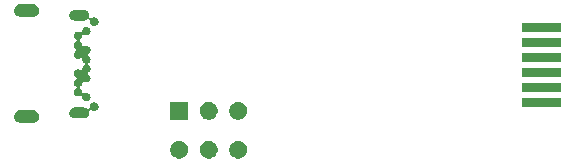
<source format=gbr>
G04 #@! TF.GenerationSoftware,KiCad,Pcbnew,(5.1.6)-1*
G04 #@! TF.CreationDate,2020-07-22T20:18:03-04:00*
G04 #@! TF.ProjectId,eflashy32,65666c61-7368-4793-9332-2e6b69636164,rev?*
G04 #@! TF.SameCoordinates,Original*
G04 #@! TF.FileFunction,Soldermask,Bot*
G04 #@! TF.FilePolarity,Negative*
%FSLAX46Y46*%
G04 Gerber Fmt 4.6, Leading zero omitted, Abs format (unit mm)*
G04 Created by KiCad (PCBNEW (5.1.6)-1) date 2020-07-22 20:18:03*
%MOMM*%
%LPD*%
G01*
G04 APERTURE LIST*
%ADD10C,0.100000*%
G04 APERTURE END LIST*
D10*
G36*
X126867000Y-38851000D02*
G01*
X126867000Y-38089000D01*
X123575000Y-38089000D01*
X123575000Y-38851000D01*
X126867000Y-38851000D01*
G37*
G36*
X126867000Y-36311000D02*
G01*
X126867000Y-35549000D01*
X123575000Y-35549000D01*
X123575000Y-36311000D01*
X126867000Y-36311000D01*
G37*
G36*
X126867000Y-37581000D02*
G01*
X126867000Y-36819000D01*
X123575000Y-36819000D01*
X123575000Y-37581000D01*
X126867000Y-37581000D01*
G37*
G36*
X126867000Y-40121000D02*
G01*
X126867000Y-39359000D01*
X123575000Y-39359000D01*
X123575000Y-40121000D01*
X126867000Y-40121000D01*
G37*
G36*
X126867000Y-42661000D02*
G01*
X126867000Y-41899000D01*
X123575000Y-41899000D01*
X123575000Y-42661000D01*
X126867000Y-42661000D01*
G37*
G36*
X126862000Y-41391000D02*
G01*
X126872000Y-40629000D01*
X123570000Y-40629000D01*
X123565000Y-41391000D01*
X126862000Y-41391000D01*
G37*
G36*
X99773999Y-45558052D02*
G01*
X99910639Y-45614650D01*
X100033605Y-45696813D01*
X100138187Y-45801395D01*
X100220350Y-45924361D01*
X100276948Y-46061001D01*
X100305800Y-46206051D01*
X100305800Y-46353949D01*
X100276948Y-46498999D01*
X100220350Y-46635639D01*
X100138187Y-46758605D01*
X100033605Y-46863187D01*
X99910639Y-46945350D01*
X99773999Y-47001948D01*
X99628949Y-47030800D01*
X99481051Y-47030800D01*
X99336001Y-47001948D01*
X99199361Y-46945350D01*
X99076395Y-46863187D01*
X98971813Y-46758605D01*
X98889650Y-46635639D01*
X98833052Y-46498999D01*
X98804200Y-46353949D01*
X98804200Y-46206051D01*
X98833052Y-46061001D01*
X98889650Y-45924361D01*
X98971813Y-45801395D01*
X99076395Y-45696813D01*
X99199361Y-45614650D01*
X99336001Y-45558052D01*
X99481051Y-45529200D01*
X99628949Y-45529200D01*
X99773999Y-45558052D01*
G37*
G36*
X94773999Y-45558052D02*
G01*
X94910639Y-45614650D01*
X95033605Y-45696813D01*
X95138187Y-45801395D01*
X95220350Y-45924361D01*
X95276948Y-46061001D01*
X95305800Y-46206051D01*
X95305800Y-46353949D01*
X95276948Y-46498999D01*
X95220350Y-46635639D01*
X95138187Y-46758605D01*
X95033605Y-46863187D01*
X94910639Y-46945350D01*
X94773999Y-47001948D01*
X94628949Y-47030800D01*
X94481051Y-47030800D01*
X94336001Y-47001948D01*
X94199361Y-46945350D01*
X94076395Y-46863187D01*
X93971813Y-46758605D01*
X93889650Y-46635639D01*
X93833052Y-46498999D01*
X93804200Y-46353949D01*
X93804200Y-46206051D01*
X93833052Y-46061001D01*
X93889650Y-45924361D01*
X93971813Y-45801395D01*
X94076395Y-45696813D01*
X94199361Y-45614650D01*
X94336001Y-45558052D01*
X94481051Y-45529200D01*
X94628949Y-45529200D01*
X94773999Y-45558052D01*
G37*
G36*
X97273999Y-45558052D02*
G01*
X97410639Y-45614650D01*
X97533605Y-45696813D01*
X97638187Y-45801395D01*
X97720350Y-45924361D01*
X97776948Y-46061001D01*
X97805800Y-46206051D01*
X97805800Y-46353949D01*
X97776948Y-46498999D01*
X97720350Y-46635639D01*
X97638187Y-46758605D01*
X97533605Y-46863187D01*
X97410639Y-46945350D01*
X97273999Y-47001948D01*
X97128949Y-47030800D01*
X96981051Y-47030800D01*
X96836001Y-47001948D01*
X96699361Y-46945350D01*
X96576395Y-46863187D01*
X96471813Y-46758605D01*
X96389650Y-46635639D01*
X96333052Y-46498999D01*
X96304200Y-46353949D01*
X96304200Y-46206051D01*
X96333052Y-46061001D01*
X96389650Y-45924361D01*
X96471813Y-45801395D01*
X96576395Y-45696813D01*
X96699361Y-45614650D01*
X96836001Y-45558052D01*
X96981051Y-45529200D01*
X97128949Y-45529200D01*
X97273999Y-45558052D01*
G37*
G36*
X82262976Y-42927170D02*
G01*
X82366802Y-42958665D01*
X82462489Y-43009811D01*
X82546359Y-43078641D01*
X82615189Y-43162511D01*
X82666335Y-43258198D01*
X82697830Y-43362024D01*
X82708465Y-43470000D01*
X82697830Y-43577976D01*
X82666335Y-43681802D01*
X82615189Y-43777489D01*
X82546359Y-43861359D01*
X82462489Y-43930189D01*
X82366802Y-43981335D01*
X82262976Y-44012830D01*
X82182057Y-44020800D01*
X81127943Y-44020800D01*
X81047024Y-44012830D01*
X80943198Y-43981335D01*
X80847511Y-43930189D01*
X80763641Y-43861359D01*
X80694811Y-43777489D01*
X80643665Y-43681802D01*
X80612170Y-43577976D01*
X80601535Y-43470000D01*
X80612170Y-43362024D01*
X80643665Y-43258198D01*
X80694811Y-43162511D01*
X80763641Y-43078641D01*
X80847511Y-43009811D01*
X80943198Y-42958665D01*
X81047024Y-42927170D01*
X81127943Y-42919200D01*
X82182057Y-42919200D01*
X82262976Y-42927170D01*
G37*
G36*
X97273999Y-42258052D02*
G01*
X97410639Y-42314650D01*
X97533605Y-42396813D01*
X97638187Y-42501395D01*
X97720350Y-42624361D01*
X97776948Y-42761001D01*
X97805800Y-42906051D01*
X97805800Y-43053949D01*
X97776948Y-43198999D01*
X97720350Y-43335639D01*
X97638187Y-43458605D01*
X97533605Y-43563187D01*
X97410639Y-43645350D01*
X97273999Y-43701948D01*
X97128949Y-43730800D01*
X96981051Y-43730800D01*
X96836001Y-43701948D01*
X96699361Y-43645350D01*
X96576395Y-43563187D01*
X96471813Y-43458605D01*
X96389650Y-43335639D01*
X96333052Y-43198999D01*
X96304200Y-43053949D01*
X96304200Y-42906051D01*
X96333052Y-42761001D01*
X96389650Y-42624361D01*
X96471813Y-42501395D01*
X96576395Y-42396813D01*
X96699361Y-42314650D01*
X96836001Y-42258052D01*
X96981051Y-42229200D01*
X97128949Y-42229200D01*
X97273999Y-42258052D01*
G37*
G36*
X99773999Y-42258052D02*
G01*
X99910639Y-42314650D01*
X100033605Y-42396813D01*
X100138187Y-42501395D01*
X100220350Y-42624361D01*
X100276948Y-42761001D01*
X100305800Y-42906051D01*
X100305800Y-43053949D01*
X100276948Y-43198999D01*
X100220350Y-43335639D01*
X100138187Y-43458605D01*
X100033605Y-43563187D01*
X99910639Y-43645350D01*
X99773999Y-43701948D01*
X99628949Y-43730800D01*
X99481051Y-43730800D01*
X99336001Y-43701948D01*
X99199361Y-43645350D01*
X99076395Y-43563187D01*
X98971813Y-43458605D01*
X98889650Y-43335639D01*
X98833052Y-43198999D01*
X98804200Y-43053949D01*
X98804200Y-42906051D01*
X98833052Y-42761001D01*
X98889650Y-42624361D01*
X98971813Y-42501395D01*
X99076395Y-42396813D01*
X99199361Y-42314650D01*
X99336001Y-42258052D01*
X99481051Y-42229200D01*
X99628949Y-42229200D01*
X99773999Y-42258052D01*
G37*
G36*
X95305800Y-43730800D02*
G01*
X93804200Y-43730800D01*
X93804200Y-42229200D01*
X95305800Y-42229200D01*
X95305800Y-43730800D01*
G37*
G36*
X87464617Y-42268642D02*
G01*
X87533009Y-42296971D01*
X87594556Y-42338095D01*
X87646905Y-42390444D01*
X87688029Y-42451991D01*
X87716358Y-42520383D01*
X87730800Y-42592988D01*
X87730800Y-42667012D01*
X87716358Y-42739617D01*
X87688029Y-42808009D01*
X87646905Y-42869556D01*
X87594556Y-42921905D01*
X87533009Y-42963029D01*
X87475985Y-42986649D01*
X87464617Y-42991358D01*
X87392013Y-43005800D01*
X87317987Y-43005800D01*
X87245383Y-42991358D01*
X87234015Y-42986649D01*
X87176991Y-42963029D01*
X87140542Y-42938675D01*
X87118931Y-42927124D01*
X87095482Y-42920011D01*
X87071096Y-42917610D01*
X87046710Y-42920012D01*
X87023261Y-42927126D01*
X87001651Y-42938677D01*
X86982709Y-42954223D01*
X86967164Y-42973165D01*
X86955613Y-42994776D01*
X86948500Y-43018225D01*
X86946099Y-43042611D01*
X86948501Y-43066997D01*
X86949029Y-43069106D01*
X86957981Y-43160000D01*
X86949278Y-43248370D01*
X86923499Y-43333351D01*
X86881641Y-43411662D01*
X86825306Y-43480306D01*
X86756662Y-43536641D01*
X86678351Y-43578499D01*
X86593370Y-43604278D01*
X86527148Y-43610800D01*
X85682852Y-43610800D01*
X85616630Y-43604278D01*
X85531649Y-43578499D01*
X85453338Y-43536641D01*
X85384694Y-43480306D01*
X85328359Y-43411662D01*
X85286501Y-43333351D01*
X85260722Y-43248370D01*
X85252019Y-43160000D01*
X85260722Y-43071630D01*
X85284036Y-42994776D01*
X85286500Y-42986652D01*
X85286501Y-42986649D01*
X85328359Y-42908338D01*
X85384694Y-42839694D01*
X85453338Y-42783359D01*
X85531649Y-42741501D01*
X85537860Y-42739617D01*
X85547469Y-42736702D01*
X85616630Y-42715722D01*
X85682852Y-42709200D01*
X86527148Y-42709200D01*
X86593370Y-42715722D01*
X86662531Y-42736702D01*
X86672141Y-42739617D01*
X86678351Y-42741501D01*
X86756662Y-42783359D01*
X86780222Y-42802694D01*
X86800596Y-42816308D01*
X86823235Y-42825685D01*
X86847268Y-42830466D01*
X86871773Y-42830466D01*
X86895806Y-42825686D01*
X86918445Y-42816309D01*
X86938819Y-42802695D01*
X86956146Y-42785368D01*
X86969760Y-42764994D01*
X86979137Y-42742355D01*
X86983918Y-42718322D01*
X86983918Y-42693817D01*
X86982118Y-42681683D01*
X86979200Y-42667013D01*
X86979200Y-42592988D01*
X86993642Y-42520383D01*
X87021971Y-42451991D01*
X87063095Y-42390444D01*
X87115444Y-42338095D01*
X87176991Y-42296971D01*
X87245383Y-42268642D01*
X87317987Y-42254200D01*
X87392013Y-42254200D01*
X87464617Y-42268642D01*
G37*
G36*
X126912800Y-42648300D02*
G01*
X123631200Y-42648300D01*
X123631200Y-41911700D01*
X126912800Y-41911700D01*
X126912800Y-42648300D01*
G37*
G36*
X86807324Y-35892681D02*
G01*
X86871166Y-35919125D01*
X86928622Y-35957516D01*
X86977484Y-36006378D01*
X87015875Y-36063834D01*
X87042319Y-36127676D01*
X87055800Y-36195449D01*
X87055800Y-36264551D01*
X87042319Y-36332324D01*
X87015875Y-36396166D01*
X86977484Y-36453622D01*
X86928622Y-36502484D01*
X86871166Y-36540875D01*
X86807324Y-36567319D01*
X86739551Y-36580800D01*
X86670449Y-36580800D01*
X86602676Y-36567319D01*
X86538834Y-36540875D01*
X86538829Y-36540871D01*
X86528635Y-36536649D01*
X86505186Y-36529536D01*
X86480800Y-36527134D01*
X86456414Y-36529536D01*
X86432965Y-36536649D01*
X86411354Y-36548200D01*
X86392412Y-36563745D01*
X86376867Y-36582687D01*
X86365315Y-36604297D01*
X86358202Y-36627746D01*
X86355800Y-36652133D01*
X86355800Y-36664551D01*
X86342319Y-36732324D01*
X86315875Y-36796166D01*
X86277484Y-36853622D01*
X86228622Y-36902484D01*
X86193324Y-36926069D01*
X86174385Y-36941612D01*
X86158840Y-36960553D01*
X86147288Y-36982164D01*
X86140175Y-37005613D01*
X86137773Y-37029999D01*
X86140175Y-37054385D01*
X86147288Y-37077834D01*
X86158839Y-37099445D01*
X86174384Y-37118387D01*
X86193324Y-37133931D01*
X86228622Y-37157516D01*
X86277484Y-37206378D01*
X86315875Y-37263834D01*
X86342319Y-37327676D01*
X86355800Y-37395450D01*
X86355800Y-37407867D01*
X86358202Y-37432253D01*
X86365315Y-37455702D01*
X86376866Y-37477313D01*
X86392411Y-37496255D01*
X86411353Y-37511800D01*
X86432964Y-37523351D01*
X86456413Y-37530464D01*
X86480799Y-37532866D01*
X86505185Y-37530464D01*
X86528635Y-37523351D01*
X86538829Y-37519129D01*
X86538834Y-37519125D01*
X86602676Y-37492681D01*
X86670449Y-37479200D01*
X86739551Y-37479200D01*
X86807324Y-37492681D01*
X86871166Y-37519125D01*
X86928622Y-37557516D01*
X86977484Y-37606378D01*
X87015875Y-37663834D01*
X87042319Y-37727676D01*
X87055800Y-37795449D01*
X87055800Y-37864551D01*
X87042319Y-37932324D01*
X87015875Y-37996166D01*
X86977484Y-38053622D01*
X86928622Y-38102484D01*
X86893324Y-38126069D01*
X86874385Y-38141612D01*
X86858840Y-38160553D01*
X86847288Y-38182164D01*
X86840175Y-38205613D01*
X86837773Y-38229999D01*
X86840175Y-38254385D01*
X86847288Y-38277834D01*
X86858839Y-38299445D01*
X86874384Y-38318387D01*
X86893324Y-38333931D01*
X86928622Y-38357516D01*
X86977484Y-38406378D01*
X87015875Y-38463834D01*
X87042319Y-38527676D01*
X87055800Y-38595449D01*
X87055800Y-38664551D01*
X87042319Y-38732324D01*
X87015875Y-38796166D01*
X86977484Y-38853622D01*
X86928622Y-38902484D01*
X86893324Y-38926069D01*
X86874385Y-38941612D01*
X86858840Y-38960553D01*
X86847288Y-38982164D01*
X86840175Y-39005613D01*
X86837773Y-39029999D01*
X86840175Y-39054385D01*
X86847288Y-39077834D01*
X86858839Y-39099445D01*
X86874384Y-39118387D01*
X86893324Y-39133931D01*
X86928622Y-39157516D01*
X86977484Y-39206378D01*
X87015875Y-39263834D01*
X87042319Y-39327676D01*
X87055800Y-39395449D01*
X87055800Y-39464551D01*
X87042319Y-39532324D01*
X87015875Y-39596166D01*
X86977484Y-39653622D01*
X86928622Y-39702484D01*
X86893324Y-39726069D01*
X86874385Y-39741612D01*
X86858840Y-39760553D01*
X86847288Y-39782164D01*
X86840175Y-39805613D01*
X86837773Y-39829999D01*
X86840175Y-39854385D01*
X86847288Y-39877834D01*
X86858839Y-39899445D01*
X86874384Y-39918387D01*
X86893324Y-39933931D01*
X86928622Y-39957516D01*
X86977484Y-40006378D01*
X87015875Y-40063834D01*
X87042319Y-40127676D01*
X87055800Y-40195449D01*
X87055800Y-40264551D01*
X87042319Y-40332324D01*
X87015875Y-40396166D01*
X86977484Y-40453622D01*
X86928622Y-40502484D01*
X86871166Y-40540875D01*
X86807324Y-40567319D01*
X86739551Y-40580800D01*
X86670449Y-40580800D01*
X86602676Y-40567319D01*
X86538834Y-40540875D01*
X86538829Y-40540871D01*
X86528635Y-40536649D01*
X86505186Y-40529536D01*
X86480800Y-40527134D01*
X86456414Y-40529536D01*
X86432965Y-40536649D01*
X86411354Y-40548200D01*
X86392412Y-40563745D01*
X86376867Y-40582687D01*
X86365315Y-40604297D01*
X86358202Y-40627746D01*
X86355800Y-40652133D01*
X86355800Y-40664551D01*
X86342319Y-40732324D01*
X86315875Y-40796166D01*
X86277484Y-40853622D01*
X86228622Y-40902484D01*
X86193324Y-40926069D01*
X86174385Y-40941612D01*
X86158840Y-40960553D01*
X86147288Y-40982164D01*
X86140175Y-41005613D01*
X86137773Y-41029999D01*
X86140175Y-41054385D01*
X86147288Y-41077834D01*
X86158839Y-41099445D01*
X86174384Y-41118387D01*
X86193324Y-41133931D01*
X86228622Y-41157516D01*
X86277484Y-41206378D01*
X86315875Y-41263834D01*
X86342319Y-41327676D01*
X86355800Y-41395450D01*
X86355800Y-41407867D01*
X86358202Y-41432253D01*
X86365315Y-41455702D01*
X86376866Y-41477313D01*
X86392411Y-41496255D01*
X86411353Y-41511800D01*
X86432964Y-41523351D01*
X86456413Y-41530464D01*
X86480799Y-41532866D01*
X86505185Y-41530464D01*
X86528635Y-41523351D01*
X86538829Y-41519129D01*
X86538834Y-41519125D01*
X86602676Y-41492681D01*
X86670449Y-41479200D01*
X86739551Y-41479200D01*
X86807324Y-41492681D01*
X86871166Y-41519125D01*
X86928622Y-41557516D01*
X86977484Y-41606378D01*
X87015875Y-41663834D01*
X87042319Y-41727676D01*
X87055800Y-41795449D01*
X87055800Y-41864551D01*
X87042319Y-41932324D01*
X87015875Y-41996166D01*
X86977484Y-42053622D01*
X86928622Y-42102484D01*
X86871166Y-42140875D01*
X86807324Y-42167319D01*
X86739551Y-42180800D01*
X86670449Y-42180800D01*
X86602676Y-42167319D01*
X86538834Y-42140875D01*
X86481378Y-42102484D01*
X86432516Y-42053622D01*
X86394125Y-41996166D01*
X86367681Y-41932324D01*
X86354200Y-41864551D01*
X86354200Y-41852133D01*
X86351798Y-41827747D01*
X86344685Y-41804298D01*
X86333134Y-41782687D01*
X86317589Y-41763745D01*
X86298647Y-41748200D01*
X86277036Y-41736649D01*
X86253587Y-41729536D01*
X86229201Y-41727134D01*
X86204815Y-41729536D01*
X86181365Y-41736649D01*
X86171171Y-41740871D01*
X86171166Y-41740875D01*
X86107324Y-41767319D01*
X86039551Y-41780800D01*
X85970449Y-41780800D01*
X85902676Y-41767319D01*
X85838834Y-41740875D01*
X85781378Y-41702484D01*
X85732516Y-41653622D01*
X85694125Y-41596166D01*
X85667681Y-41532324D01*
X85654200Y-41464551D01*
X85654200Y-41395449D01*
X85667681Y-41327676D01*
X85694125Y-41263834D01*
X85732516Y-41206378D01*
X85781378Y-41157516D01*
X85816676Y-41133931D01*
X85835615Y-41118388D01*
X85851160Y-41099447D01*
X85862712Y-41077836D01*
X85869825Y-41054387D01*
X85872227Y-41030001D01*
X85869825Y-41005615D01*
X85862712Y-40982166D01*
X85851161Y-40960555D01*
X85835616Y-40941613D01*
X85816676Y-40926069D01*
X85781378Y-40902484D01*
X85732516Y-40853622D01*
X85694125Y-40796166D01*
X85667681Y-40732324D01*
X85654200Y-40664551D01*
X85654200Y-40595449D01*
X85667681Y-40527676D01*
X85694125Y-40463834D01*
X85732516Y-40406378D01*
X85781378Y-40357516D01*
X85816676Y-40333931D01*
X85835615Y-40318388D01*
X85851160Y-40299447D01*
X85862712Y-40277836D01*
X85869825Y-40254387D01*
X85872227Y-40230001D01*
X85869825Y-40205615D01*
X85862712Y-40182166D01*
X85851161Y-40160555D01*
X85835616Y-40141613D01*
X85816676Y-40126069D01*
X85781378Y-40102484D01*
X85732516Y-40053622D01*
X85694125Y-39996166D01*
X85667681Y-39932324D01*
X85654200Y-39864551D01*
X85654200Y-39795449D01*
X85667681Y-39727676D01*
X85694125Y-39663834D01*
X85732516Y-39606378D01*
X85781378Y-39557516D01*
X85838834Y-39519125D01*
X85902676Y-39492681D01*
X85970449Y-39479200D01*
X86039551Y-39479200D01*
X86107324Y-39492681D01*
X86171166Y-39519125D01*
X86171171Y-39519129D01*
X86181365Y-39523351D01*
X86204814Y-39530464D01*
X86229200Y-39532866D01*
X86253586Y-39530464D01*
X86277035Y-39523351D01*
X86298646Y-39511800D01*
X86317588Y-39496255D01*
X86333133Y-39477313D01*
X86344685Y-39455703D01*
X86351798Y-39432254D01*
X86354200Y-39407867D01*
X86354200Y-39395450D01*
X86367681Y-39327676D01*
X86394125Y-39263834D01*
X86432516Y-39206378D01*
X86481378Y-39157516D01*
X86516676Y-39133931D01*
X86535615Y-39118388D01*
X86551160Y-39099447D01*
X86562712Y-39077836D01*
X86569825Y-39054387D01*
X86572227Y-39030001D01*
X86569825Y-39005615D01*
X86562712Y-38982166D01*
X86551161Y-38960555D01*
X86535616Y-38941613D01*
X86516676Y-38926069D01*
X86481378Y-38902484D01*
X86432516Y-38853622D01*
X86394125Y-38796166D01*
X86367681Y-38732324D01*
X86354200Y-38664551D01*
X86354200Y-38652133D01*
X86351798Y-38627747D01*
X86344685Y-38604298D01*
X86333134Y-38582687D01*
X86317589Y-38563745D01*
X86298647Y-38548200D01*
X86277036Y-38536649D01*
X86253587Y-38529536D01*
X86229201Y-38527134D01*
X86204815Y-38529536D01*
X86181365Y-38536649D01*
X86171171Y-38540871D01*
X86171166Y-38540875D01*
X86107324Y-38567319D01*
X86039551Y-38580800D01*
X85970449Y-38580800D01*
X85902676Y-38567319D01*
X85838834Y-38540875D01*
X85781378Y-38502484D01*
X85732516Y-38453622D01*
X85694125Y-38396166D01*
X85667681Y-38332324D01*
X85654200Y-38264551D01*
X85654200Y-38195449D01*
X85667681Y-38127676D01*
X85694125Y-38063834D01*
X85732516Y-38006378D01*
X85781378Y-37957516D01*
X85816676Y-37933931D01*
X85835615Y-37918388D01*
X85851160Y-37899447D01*
X85862712Y-37877836D01*
X85869825Y-37854387D01*
X85872227Y-37830001D01*
X85869825Y-37805615D01*
X85862712Y-37782166D01*
X85851161Y-37760555D01*
X85835616Y-37741613D01*
X85816676Y-37726069D01*
X85781378Y-37702484D01*
X85732516Y-37653622D01*
X85694125Y-37596166D01*
X85667681Y-37532324D01*
X85654200Y-37464551D01*
X85654200Y-37395449D01*
X85667681Y-37327676D01*
X85694125Y-37263834D01*
X85732516Y-37206378D01*
X85781378Y-37157516D01*
X85816676Y-37133931D01*
X85835615Y-37118388D01*
X85851160Y-37099447D01*
X85862712Y-37077836D01*
X85869825Y-37054387D01*
X85872227Y-37030001D01*
X85869825Y-37005615D01*
X85862712Y-36982166D01*
X85851161Y-36960555D01*
X85835616Y-36941613D01*
X85816676Y-36926069D01*
X85781378Y-36902484D01*
X85732516Y-36853622D01*
X85694125Y-36796166D01*
X85667681Y-36732324D01*
X85654200Y-36664551D01*
X85654200Y-36595449D01*
X85667681Y-36527676D01*
X85694125Y-36463834D01*
X85732516Y-36406378D01*
X85781378Y-36357516D01*
X85838834Y-36319125D01*
X85902676Y-36292681D01*
X85970449Y-36279200D01*
X86039551Y-36279200D01*
X86107324Y-36292681D01*
X86171166Y-36319125D01*
X86171171Y-36319129D01*
X86181365Y-36323351D01*
X86204814Y-36330464D01*
X86229200Y-36332866D01*
X86253586Y-36330464D01*
X86277035Y-36323351D01*
X86298646Y-36311800D01*
X86317588Y-36296255D01*
X86333133Y-36277313D01*
X86344685Y-36255703D01*
X86351798Y-36232254D01*
X86354200Y-36207867D01*
X86354200Y-36195450D01*
X86367681Y-36127676D01*
X86394125Y-36063834D01*
X86432516Y-36006378D01*
X86481378Y-35957516D01*
X86538834Y-35919125D01*
X86602676Y-35892681D01*
X86670449Y-35879200D01*
X86739551Y-35879200D01*
X86807324Y-35892681D01*
G37*
G36*
X126912800Y-41378300D02*
G01*
X123631200Y-41378300D01*
X123631200Y-40641700D01*
X126912800Y-40641700D01*
X126912800Y-41378300D01*
G37*
G36*
X126912800Y-40108300D02*
G01*
X123631200Y-40108300D01*
X123631200Y-39371700D01*
X126912800Y-39371700D01*
X126912800Y-40108300D01*
G37*
G36*
X126912800Y-38838300D02*
G01*
X123631200Y-38838300D01*
X123631200Y-38101700D01*
X126912800Y-38101700D01*
X126912800Y-38838300D01*
G37*
G36*
X126912800Y-37568300D02*
G01*
X123631200Y-37568300D01*
X123631200Y-36831700D01*
X126912800Y-36831700D01*
X126912800Y-37568300D01*
G37*
G36*
X126912800Y-36298300D02*
G01*
X123631200Y-36298300D01*
X123631200Y-35561700D01*
X126912800Y-35561700D01*
X126912800Y-36298300D01*
G37*
G36*
X86593370Y-34455722D02*
G01*
X86678351Y-34481501D01*
X86756662Y-34523359D01*
X86825306Y-34579694D01*
X86881641Y-34648338D01*
X86923499Y-34726649D01*
X86949278Y-34811630D01*
X86957981Y-34900000D01*
X86948534Y-34995921D01*
X86946702Y-35005129D01*
X86946700Y-35029633D01*
X86951479Y-35053667D01*
X86960854Y-35076306D01*
X86974466Y-35096682D01*
X86991792Y-35114010D01*
X87012165Y-35127626D01*
X87034803Y-35137005D01*
X87058836Y-35141787D01*
X87083340Y-35141789D01*
X87107374Y-35137010D01*
X87130013Y-35127635D01*
X87140542Y-35121325D01*
X87176991Y-35096971D01*
X87245383Y-35068642D01*
X87317987Y-35054200D01*
X87392013Y-35054200D01*
X87464617Y-35068642D01*
X87533009Y-35096971D01*
X87594556Y-35138095D01*
X87646905Y-35190444D01*
X87688029Y-35251991D01*
X87716358Y-35320383D01*
X87730800Y-35392988D01*
X87730800Y-35467012D01*
X87716358Y-35539617D01*
X87688029Y-35608009D01*
X87646905Y-35669556D01*
X87594556Y-35721905D01*
X87533009Y-35763029D01*
X87464617Y-35791358D01*
X87392013Y-35805800D01*
X87317987Y-35805800D01*
X87245383Y-35791358D01*
X87176991Y-35763029D01*
X87115444Y-35721905D01*
X87063095Y-35669556D01*
X87021971Y-35608009D01*
X86993642Y-35539617D01*
X86979200Y-35467012D01*
X86979200Y-35392987D01*
X86982118Y-35378317D01*
X86984520Y-35353931D01*
X86982118Y-35329545D01*
X86975005Y-35306096D01*
X86963454Y-35284486D01*
X86947909Y-35265544D01*
X86928967Y-35249998D01*
X86907356Y-35238447D01*
X86883907Y-35231334D01*
X86859521Y-35228932D01*
X86835135Y-35231334D01*
X86811686Y-35238447D01*
X86790076Y-35249998D01*
X86780222Y-35257306D01*
X86756662Y-35276641D01*
X86678351Y-35318499D01*
X86678348Y-35318500D01*
X86662531Y-35323298D01*
X86593370Y-35344278D01*
X86527148Y-35350800D01*
X85682852Y-35350800D01*
X85616630Y-35344278D01*
X85547469Y-35323298D01*
X85531652Y-35318500D01*
X85531649Y-35318499D01*
X85453338Y-35276641D01*
X85384694Y-35220306D01*
X85328359Y-35151662D01*
X85286501Y-35073351D01*
X85285073Y-35068642D01*
X85260723Y-34988372D01*
X85260722Y-34988370D01*
X85252019Y-34900000D01*
X85260722Y-34811630D01*
X85286501Y-34726649D01*
X85328359Y-34648338D01*
X85384694Y-34579694D01*
X85453338Y-34523359D01*
X85531649Y-34481501D01*
X85616630Y-34455722D01*
X85682852Y-34449200D01*
X86527148Y-34449200D01*
X86593370Y-34455722D01*
G37*
G36*
X82262976Y-33947170D02*
G01*
X82366802Y-33978665D01*
X82462489Y-34029811D01*
X82546359Y-34098641D01*
X82615189Y-34182511D01*
X82666335Y-34278198D01*
X82697830Y-34382024D01*
X82708465Y-34490000D01*
X82697830Y-34597976D01*
X82666335Y-34701802D01*
X82615189Y-34797489D01*
X82546359Y-34881359D01*
X82462489Y-34950189D01*
X82366802Y-35001335D01*
X82262976Y-35032830D01*
X82182057Y-35040800D01*
X81127943Y-35040800D01*
X81047024Y-35032830D01*
X80943198Y-35001335D01*
X80847511Y-34950189D01*
X80763641Y-34881359D01*
X80694811Y-34797489D01*
X80643665Y-34701802D01*
X80612170Y-34597976D01*
X80601535Y-34490000D01*
X80612170Y-34382024D01*
X80643665Y-34278198D01*
X80694811Y-34182511D01*
X80763641Y-34098641D01*
X80847511Y-34029811D01*
X80943198Y-33978665D01*
X81047024Y-33947170D01*
X81127943Y-33939200D01*
X82182057Y-33939200D01*
X82262976Y-33947170D01*
G37*
M02*

</source>
